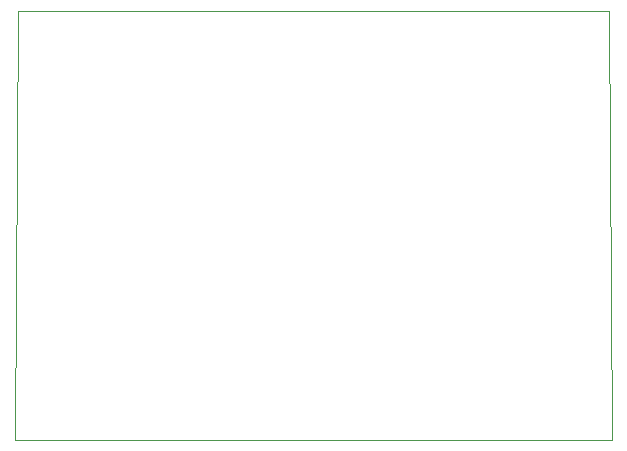
<source format=gbr>
%TF.GenerationSoftware,KiCad,Pcbnew,(5.1.9)-1*%
%TF.CreationDate,2021-09-10T18:26:04+00:00*%
%TF.ProjectId,interrupteur_crepusculaire_led,696e7465-7272-4757-9074-6575725f6372,rev?*%
%TF.SameCoordinates,Original*%
%TF.FileFunction,Profile,NP*%
%FSLAX46Y46*%
G04 Gerber Fmt 4.6, Leading zero omitted, Abs format (unit mm)*
G04 Created by KiCad (PCBNEW (5.1.9)-1) date 2021-09-10 18:26:04*
%MOMM*%
%LPD*%
G01*
G04 APERTURE LIST*
%TA.AperFunction,Profile*%
%ADD10C,0.050000*%
%TD*%
G04 APERTURE END LIST*
D10*
X99500000Y-89900000D02*
X101300000Y-89900000D01*
X99300000Y-126200000D02*
X99500000Y-89900000D01*
X149800000Y-126200000D02*
X99300000Y-126200000D01*
X149600000Y-89900000D02*
X149800000Y-126200000D01*
X99700000Y-89900000D02*
X149600000Y-89900000D01*
M02*

</source>
